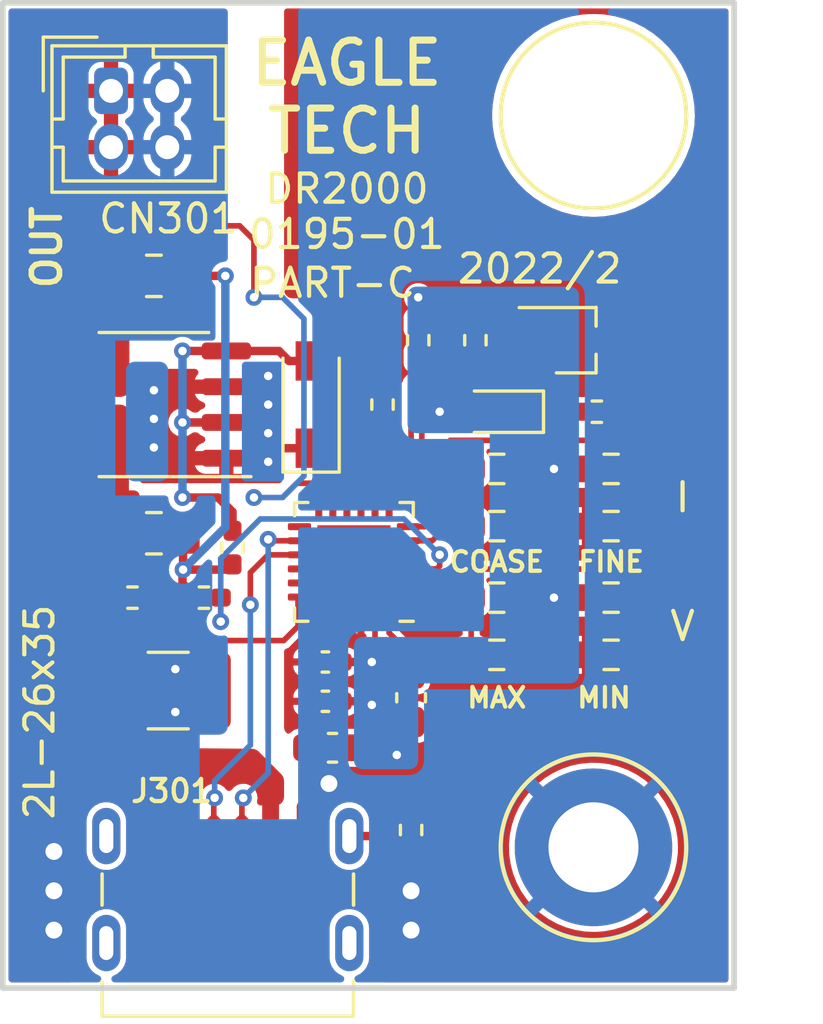
<source format=kicad_pcb>
(kicad_pcb (version 20211014) (generator pcbnew)
  (title_block (date "2021-02-04") (company "Eagle technology Inc"))
  (layers (0 "F.Cu" signal) (31 "B.Cu" signal) (35 "F.Paste" user) (37 "F.SilkS" user "F.Silkscreen") (38 "B.Mask" user) (39 "F.Mask" user) (44 "Edge.Cuts" user))
  (net 0 "")
  (net 1 "GNDD")
  (net 2 "/USB PD Power Supply/PD_3V3")
  (net 3 "Net-(C302-Pad1)")
  (net 4 "Net-(C305-Pad2)")
  (net 5 "Net-(C306-Pad2)")
  (net 6 "Net-(C307-Pad1)")
  (net 7 "Net-(D301-Pad1)")
  (net 8 "Net-(D301-Pad2)")
  (net 9 "Net-(D302-Pad1)")
  (net 10 "Net-(J301-PadS1)")
  (net 11 "Net-(Q302-Pad3)")
  (net 12 "Net-(Q302-Pad1)")
  (net 13 "Net-(R301-Pad2)")
  (net 14 "Net-(R303-Pad2)")
  (net 15 "Net-(R306-Pad2)")
  (net 16 "Net-(R308-Pad2)")
  (net 17 "Net-(R310-Pad2)")
  (net 18 "Net-(R312-Pad1)")
  (net 19 "Net-(U301-Pad21)")
  (net 20 "Net-(U301-Pad20)")
  (net 21 "Net-(U301-Pad17)")
  (net 22 "Net-(U301-Pad16)")
  (net 23 "Net-(U301-Pad13)")
  (net 24 "Net-(U301-Pad12)")
  (net 25 "Net-(U301-Pad8)")
  (net 26 "Net-(U301-Pad7)")
  (net 27 "Net-(U301-Pad4)")
  (net 28 "/USB PD Power Supply/CC2")
  (net 29 "/USB PD Power Supply/CC1")
  (footprint "Capacitor_SMD:C_0603_1608Metric_Pad1.08x0.95mm_HandSolder" (layer "F.Cu") (at 161.722 76.464)
    (fp_text reference "C301" hide)
    (fp_text value "1u/50V" hide)
    (pad "1" smd roundrect locked (at -0.8625 0) (size 1.075 0.95) (layers "F.Cu" "F.Paste" "F.Mask") (net 1 "GNDD"))
    (pad "2" smd roundrect locked (at 0.8625 0) (size 1.075 0.95) (layers "F.Cu" "F.Paste" "F.Mask") (net 2 "/USB PD Power Supply/PD_3V3"))
  )
  (footprint "Capacitor_SMD:C_0402_1005Metric_Pad0.74x0.62mm_HandSolder" (layer "F.Cu") (at 161.468 74.813)
    (fp_text reference "C303" hide)
    (fp_text value "0.1u/16V" hide)
    (pad "1" smd roundrect locked (at -0.5675 0) (size 0.735 0.62) (layers "F.Cu" "F.Paste" "F.Mask") (net 1 "GNDD"))
    (pad "2" smd roundrect locked (at 0.5675 0) (size 0.735 0.62) (layers "F.Cu" "F.Paste" "F.Mask") (net 2 "/USB PD Power Supply/PD_3V3"))
  )
  (footprint "Capacitor_SMD:C_0402_1005Metric_Pad0.74x0.62mm_HandSolder" (layer "F.Cu") (at 161.468 73.416)
    (fp_text reference "C304" hide)
    (fp_text value "0.1u/16V" hide)
    (pad "1" smd roundrect locked (at -0.5675 0) (size 0.735 0.62) (layers "F.Cu" "F.Paste" "F.Mask") (net 1 "GNDD"))
    (pad "2" smd roundrect locked (at 0.5675 0) (size 0.735 0.62) (layers "F.Cu" "F.Paste" "F.Mask") (net 2 "/USB PD Power Supply/PD_3V3"))
  )
  (footprint "Capacitor_SMD:C_0805_2012Metric_Pad1.18x1.45mm_HandSolder" (layer "F.Cu") (at 155.372 68.844)
    (fp_text reference "C305" hide)
    (fp_text value "1u/50V" hide)
    (pad "1" smd roundrect locked (at -1.0375 0) (size 1.175 1.45) (layers "F.Cu" "F.Paste" "F.Mask") (roundrect_rratio 0.2127659574) (net 3 "Net-(C302-Pad1)"))
    (pad "2" smd roundrect locked (at 1.0375 0) (size 1.175 1.45) (layers "F.Cu" "F.Paste" "F.Mask") (roundrect_rratio 0.2127659574) (net 4 "Net-(C305-Pad2)"))
  )
  (footprint "Capacitor_SMD:C_0603_1608Metric_Pad1.08x0.95mm_HandSolder" (layer "F.Cu") (at 164.516 74.686 90)
    (fp_text reference "C306" hide)
    (fp_text value "1u/50V" hide)
    (pad "1" smd roundrect locked (at -0.8625 0 90) (size 1.075 0.95) (layers "F.Cu" "F.Paste" "F.Mask") (net 1 "GNDD"))
    (pad "2" smd roundrect locked (at 0.8625 0 90) (size 1.075 0.95) (layers "F.Cu" "F.Paste" "F.Mask") (net 5 "Net-(C306-Pad2)"))
  )
  (footprint "Capacitor_SMD:C_0805_2012Metric_Pad1.18x1.45mm_HandSolder" (layer "F.Cu") (at 155.372 59.7)
    (fp_text reference "C307" hide)
    (fp_text value "1u/50V" hide)
    (pad "1" smd roundrect locked (at -1.0375 0) (size 1.175 1.45) (layers "F.Cu" "F.Paste" "F.Mask") (roundrect_rratio 0.2127659574) (net 6 "Net-(C307-Pad1)"))
    (pad "2" smd roundrect locked (at 1.0375 0) (size 1.175 1.45) (layers "F.Cu" "F.Paste" "F.Mask") (roundrect_rratio 0.2127659574) (net 4 "Net-(C305-Pad2)"))
  )
  (footprint "EH-900:CUI_UJC-HP-3-SMT-TR" (layer "F.Cu") (at 158 79.6)
    (fp_text reference "J301" (at -2 -1.6) (layer "F.SilkS") (effects (font (size 0.787402 0.787402))))
    (fp_text value "UJC-HP-3-SMT-TR")
    (pad "" np_thru_hole circle locked (at 4.32 3.95) (size 0.5 0.5) (drill 0.5) (layers *.Cu *.Mask))
    (pad "" np_thru_hole circle locked (at -4.32 3.65) (size 0.5 0.5) (drill 0.5) (layers *.Cu *.Mask))
    (pad "" np_thru_hole circle locked (at -4.32 0.15) (size 0.5 0.5) (drill 0.5) (layers *.Cu *.Mask))
    (pad "" np_thru_hole circle locked (at -4.32 -0.35) (size 0.5 0.5) (drill 0.5) (layers *.Cu *.Mask))
    (pad "" np_thru_hole circle locked (at -4.32 4.05) (size 0.5 0.5) (drill 0.5) (layers *.Cu *.Mask))
    (pad "" np_thru_hole circle locked (at -4.32 3.55) (size 0.5 0.5) (drill 0.5) (layers *.Cu *.Mask))
    (pad "" np_thru_hole circle locked (at 4.32 -0.05) (size 0.5 0.5) (drill 0.5) (layers *.Cu *.Mask))
    (pad "" np_thru_hole circle locked (at -4.32 3.85) (size 0.5 0.5) (drill 0.5) (layers *.Cu *.Mask))
    (pad "" np_thru_hole circle locked (at 4.32 4.15) (size 0.5 0.5) (drill 0.5) (layers *.Cu *.Mask))
    (pad "" np_thru_hole circle locked (at -4.32 -0.25) (size 0.5 0.5) (drill 0.5) (layers *.Cu *.Mask))
    (pad "" np_thru_hole circle locked (at -4.32 3.75) (size 0.5 0.5) (drill 0.5) (layers *.Cu *.Mask))
    (pad "" np_thru_hole circle locked (at 4.32 3.65) (size 0.5 0.5) (drill 0.5) (layers *.Cu *.Mask))
    (pad "" np_thru_hole circle locked (at 4.32 3.85) (size 0.5 0.5) (drill 0.5) (layers *.Cu *.Mask))
    (pad "" np_thru_hole circle locked (at -4.32 0.05) (size 0.5 0.5) (drill 0.5) (layers *.Cu *.Mask))
    (pad "" np_thru_hole circle locked (at 4.32 -0.25) (size 0.5 0.5) (drill 0.5) (layers *.Cu *.Mask))
    (pad "" np_thru_hole circle locked (at -4.32 3.95) (size 0.5 0.5) (drill 0.5) (layers *.Cu *.Mask))
    (pad "" np_thru_hole circle locked (at 4.32 3.75) (size 0.5 0.5) (drill 0.5) (layers *.Cu *.Mask))
    (pad "" np_thru_hole circle locked (at -4.32 3.45) (size 0.5 0.5) (drill 0.5) (layers *.Cu *.Mask))
    (pad "" np_thru_hole circle locked (at -4.32 -0.05) (size 0.5 0.5) (drill 0.5) (layers *.Cu *.Mask))
    (pad "" np_thru_hole circle locked (at 4.32 -0.15) (size 0.5 0.5) (drill 0.5) (layers *.Cu *.Mask))
    (pad "" np_thru_hole circle locked (at -4.32 0.35) (size 0.5 0.5) (drill 0.5) (layers *.Cu *.Mask))
    (pad "" np_thru_hole circle locked (at 4.32 0.05) (size 0.5 0.5) (drill 0.5) (layers *.Cu *.Mask))
    (pad "" np_thru_hole circle locked (at 4.32 -0.2) (size 0.5 0.5) (drill 0.5) (layers *.Cu *.Mask))
    (pad "" np_thru_hole circle locked (at -4.32 -0.15) (size 0.5 0.5) (drill 0.5) (layers *.Cu *.Mask))
    (pad "" np_thru_hole circle locked (at 4.32 0.15) (size 0.5 0.5) (drill 0.5) (layers *.Cu *.Mask))
    (pad "" np_thru_hole circle locked (at -4.32 0.25) (size 0.5 0.5) (drill 0.5) (layers *.Cu *.Mask))
    (pad "" np_thru_hole circle locked (at 4.32 3.45) (size 0.5 0.5) (drill 0.5) (layers *.Cu *.Mask))
    (pad "" np_thru_hole circle locked (at 4.32 -0.35) (size 0.5 0.5) (drill 0.5) (layers *.Cu *.Mask))
    (pad "" np_thru_hole circle locked (at 4.32 0.35) (size 0.5 0.5) (drill 0.5) (layers *.Cu *.Mask))
    (pad "" np_thru_hole circle locked (at 4.32 4.05) (size 0.5 0.5) (drill 0.5) (layers *.Cu *.Mask))
    (pad "" np_thru_hole circle locked (at -4.32 4.15) (size 0.5 0.5) (drill 0.5) (layers *.Cu *.Mask))
    (pad "" np_thru_hole circle locked (at 4.32 3.55) (size 0.5 0.5) (drill 0.5) (layers *.Cu *.Mask))
    (pad "" np_thru_hole circle locked (at 4.32 0.25) (size 0.5 0.5) (drill 0.5) (layers *.Cu *.Mask))
    (pad "A5" smd rect locked (at -0.5 -0.005 90) (size 1.15 0.7) (layers "F.Cu" "F.Paste" "F.Mask") (net 29 "/USB PD Power Supply/CC1"))
    (pad "A9" smd rect locked (at 1.52 -0.005 90) (size 1.15 0.8) (layers "F.Cu" "F.Paste" "F.Mask") (net 3 "Net-(C302-Pad1)"))
    (pad "A12" smd rect locked (at 2.75 -0.005 90) (size 1.15 0.9) (layers "F.Cu" "F.Paste" "F.Mask") (net 1 "GNDD"))
    (pad "B5" smd rect locked (at 0.5 -0.005 90) (size 1.15 0.7) (layers "F.Cu" "F.Paste" "F.Mask") (net 28 "/USB PD Power Supply/CC2"))
    (pad "B9" smd rect locked (at -1.52 -0.005 90) (size 1.15 0.8) (layers "F.Cu" "F.Paste" "F.Mask") (net 3 "Net-(C302-Pad1)"))
    (pad "B12" smd rect locked (at -2.75 -0.005 90) (size 1.15 0.9) (layers "F.Cu" "F.Paste" "F.Mask") (net 1 "GNDD"))
    (pad "S1" thru_hole oval locked (at -4.32 0) (size 1 2) (drill oval 0.5 1.2) (layers *.Cu *.Mask) (net 10 "Net-(J301-PadS1)"))
    (pad "S2" thru_hole oval locked (at 4.32 0) (size 1 2) (drill oval 0.5 1.2) (layers *.Cu *.Mask) (net 10 "Net-(J301-PadS1)"))
    (pad "S3" thru_hole oval locked (at -4.32 3.8) (size 1 2) (drill oval 0.5 1.2) (layers *.Cu *.Mask) (net 10 "Net-(J301-PadS1)"))
    (pad "S4" thru_hole oval locked (at 4.32 3.8) (size 1 2) (drill oval 0.5 1.2) (layers *.Cu *.Mask) (net 10 "Net-(J301-PadS1)"))
  )
  (footprint "Package_SO:SO-8_3.9x4.9mm_P1.27mm" (layer "F.Cu") (at 155.372 64.272 180)
    (fp_text reference "Q301" hide)
    (fp_text value "IRF9362" hide)
    (pad "1" smd roundrect locked (at -2.575 -1.905 180) (size 1.75 0.6) (layers "F.Cu" "F.Paste" "F.Mask") (net 7 "Net-(D301-Pad1)"))
    (pad "2" smd roundrect locked (at -2.575 -0.635 180) (size 1.75 0.6) (layers "F.Cu" "F.Paste" "F.Mask") (net 8 "Net-(D301-Pad2)"))
    (pad "3" smd roundrect locked (at -2.575 0.635 180) (size 1.75 0.6) (layers "F.Cu" "F.Paste" "F.Mask") (net 7 "Net-(D301-Pad1)"))
    (pad "4" smd roundrect locked (at -2.575 1.905 180) (size 1.75 0.6) (layers "F.Cu" "F.Paste" "F.Mask") (net 8 "Net-(D301-Pad2)"))
    (pad "5" smd roundrect locked (at 2.575 1.905 180) (size 1.75 0.6) (layers "F.Cu" "F.Paste" "F.Mask") (net 6 "Net-(C307-Pad1)"))
    (pad "6" smd roundrect locked (at 2.575 0.635 180) (size 1.75 0.6) (layers "F.Cu" "F.Paste" "F.Mask") (net 6 "Net-(C307-Pad1)"))
    (pad "7" smd roundrect locked (at 2.575 -0.635 180) (size 1.75 0.6) (layers "F.Cu" "F.Paste" "F.Mask") (net 3 "Net-(C302-Pad1)"))
    (pad "8" smd roundrect locked (at 2.575 -1.905 180) (size 1.75 0.6) (layers "F.Cu" "F.Paste" "F.Mask") (net 3 "Net-(C302-Pad1)"))
  )
  (footprint "Package_TO_SOT_SMD:SOT-323_SC-70_Handsoldering" (layer "F.Cu") (at 170.358 61.986)
    (fp_text reference "Q302" hide)
    (fp_text value "Q_NMOS_DGS" hide)
    (pad "1" smd rect locked (at -1.33 -0.65 270) (size 0.45 1.5) (layers "F.Cu" "F.Paste" "F.Mask") (net 12 "Net-(Q302-Pad1)"))
    (pad "2" smd rect locked (at -1.33 0.65 270) (size 0.45 1.5) (layers "F.Cu" "F.Paste" "F.Mask") (net 1 "GNDD"))
    (pad "3" smd rect locked (at 1.33 0 270) (size 0.45 1.5) (layers "F.Cu" "F.Paste" "F.Mask") (net 11 "Net-(Q302-Pad3)"))
  )
  (footprint "Resistor_SMD:R_0603_1608Metric_Pad0.98x0.95mm_HandSolder" (layer "F.Cu") (at 171.628 66.558)
    (fp_text reference "R301" hide)
    (fp_text value "---" hide)
    (pad "1" smd roundrect locked (at -0.9125 0) (size 0.975 0.95) (layers "F.Cu" "F.Paste" "F.Mask") (net 2 "/USB PD Power Supply/PD_3V3"))
    (pad "2" smd roundrect locked (at 0.9125 0) (size 0.975 0.95) (layers "F.Cu" "F.Paste" "F.Mask") (net 13 "Net-(R301-Pad2)"))
  )
  (footprint "Resistor_SMD:R_0603_1608Metric_Pad0.98x0.95mm_HandSolder" (layer "F.Cu") (at 171.628 68.59 180)
    (fp_text reference "R302" hide)
    (fp_text value "2.4k/THICK" hide)
    (pad "1" smd roundrect locked (at -0.9125 0 180) (size 0.975 0.95) (layers "F.Cu" "F.Paste" "F.Mask") (net 13 "Net-(R301-Pad2)"))
    (pad "2" smd roundrect locked (at 0.9125 0 180) (size 0.975 0.95) (layers "F.Cu" "F.Paste" "F.Mask") (net 1 "GNDD"))
  )
  (footprint "Resistor_SMD:R_0603_1608Metric_Pad0.98x0.95mm_HandSolder" (layer "F.Cu") (at 167.564 66.558 180)
    (fp_text reference "R303" hide)
    (fp_text value "3.6k/THICK" hide)
    (pad "1" smd roundrect locked (at -0.9125 0 180) (size 0.975 0.95) (layers "F.Cu" "F.Paste" "F.Mask") (net 2 "/USB PD Power Supply/PD_3V3"))
    (pad "2" smd roundrect locked (at 0.9125 0 180) (size 0.975 0.95) (layers "F.Cu" "F.Paste" "F.Mask") (net 14 "Net-(R303-Pad2)"))
  )
  (footprint "Resistor_SMD:R_0603_1608Metric_Pad0.98x0.95mm_HandSolder" (layer "F.Cu") (at 167.564 68.59)
    (fp_text reference "R304" hide)
    (fp_text value "2.4k/THICK" hide)
    (pad "1" smd roundrect locked (at -0.9125 0) (size 0.975 0.95) (layers "F.Cu" "F.Paste" "F.Mask") (net 14 "Net-(R303-Pad2)"))
    (pad "2" smd roundrect locked (at 0.9125 0) (size 0.975 0.95) (layers "F.Cu" "F.Paste" "F.Mask") (net 1 "GNDD"))
  )
  (footprint "Resistor_SMD:R_0603_1608Metric_Pad0.98x0.95mm_HandSolder" (layer "F.Cu") (at 171.628 71.13)
    (fp_text reference "R306" hide)
    (fp_text value "5.1k/THICK" hide)
    (pad "1" smd roundrect locked (at -0.9125 0) (size 0.975 0.95) (layers "F.Cu" "F.Paste" "F.Mask") (net 2 "/USB PD Power Supply/PD_3V3"))
    (pad "2" smd roundrect locked (at 0.9125 0) (size 0.975 0.95) (layers "F.Cu" "F.Paste" "F.Mask") (net 15 "Net-(R306-Pad2)"))
  )
  (footprint "Resistor_SMD:R_0603_1608Metric_Pad0.98x0.95mm_HandSolder" (layer "F.Cu") (at 171.628 73.162 180)
    (fp_text reference "R307" hide)
    (fp_text value "1k/THICK" hide)
    (pad "1" smd roundrect locked (at -0.9125 0 180) (size 0.975 0.95) (layers "F.Cu" "F.Paste" "F.Mask") (net 15 "Net-(R306-Pad2)"))
    (pad "2" smd roundrect locked (at 0.9125 0 180) (size 0.975 0.95) (layers "F.Cu" "F.Paste" "F.Mask") (net 1 "GNDD"))
  )
  (footprint "Resistor_SMD:R_0603_1608Metric_Pad0.98x0.95mm_HandSolder" (layer "F.Cu") (at 167.564 71.13 180)
    (fp_text reference "R308" hide)
    (fp_text value "5.1k/THICK" hide)
    (pad "1" smd roundrect locked (at -0.9125 0 180) (size 0.975 0.95) (layers "F.Cu" "F.Paste" "F.Mask") (net 2 "/USB PD Power Supply/PD_3V3"))
    (pad "2" smd roundrect locked (at 0.9125 0 180) (size 0.975 0.95) (layers "F.Cu" "F.Paste" "F.Mask") (net 16 "Net-(R308-Pad2)"))
  )
  (footprint "Resistor_SMD:R_0603_1608Metric_Pad0.98x0.95mm_HandSolder" (layer "F.Cu") (at 167.564 73.162)
    (fp_text reference "R309" hide)
    (fp_text value "1k/THICK" hide)
    (pad "1" smd roundrect locked (at -0.9125 0) (size 0.975 0.95) (layers "F.Cu" "F.Paste" "F.Mask") (net 16 "Net-(R308-Pad2)"))
    (pad "2" smd roundrect locked (at 0.9125 0) (size 0.975 0.95) (layers "F.Cu" "F.Paste" "F.Mask") (net 1 "GNDD"))
  )
  (footprint "Resistor_SMD:R_0402_1005Metric_Pad0.72x0.64mm_HandSolder" (layer "F.Cu") (at 154.61 71.13)
    (fp_text reference "R311" hide)
    (fp_text value "10k/THICK" hide)
    (pad "1" smd roundrect locked (at -0.5975 0) (size 0.715 0.64) (layers "F.Cu" "F.Paste" "F.Mask") (net 3 "Net-(C302-Pad1)"))
    (pad "2" smd roundrect locked (at 0.5975 0) (size 0.715 0.64) (layers "F.Cu" "F.Paste" "F.Mask") (net 4 "Net-(C305-Pad2)"))
  )
  (footprint "Resistor_SMD:R_0402_1005Metric_Pad0.72x0.64mm_HandSolder" (layer "F.Cu") (at 164.77 61.986 90)
    (fp_text reference "R312" hide)
    (fp_text value "5.1k/THICK" hide)
    (pad "1" smd roundrect locked (at -0.5975 0 90) (size 0.715 0.64) (layers "F.Cu" "F.Paste" "F.Mask") (net 18 "Net-(R312-Pad1)"))
    (pad "2" smd roundrect locked (at 0.5975 0 90) (size 0.715 0.64) (layers "F.Cu" "F.Paste" "F.Mask") (net 2 "/USB PD Power Supply/PD_3V3"))
  )
  (footprint "Resistor_SMD:R_0402_1005Metric_Pad0.72x0.64mm_HandSolder" (layer "F.Cu") (at 158.166 69.352 -90)
    (fp_text reference "R314" hide)
    (fp_text value "0" hide)
    (pad "1" smd roundrect locked (at -0.5975 0 270) (size 0.715 0.64) (layers "F.Cu" "F.Paste" "F.Mask") (net 8 "Net-(D301-Pad2)"))
    (pad "2" smd roundrect locked (at 0.5975 0 270) (size 0.715 0.64) (layers "F.Cu" "F.Paste" "F.Mask") (net 4 "Net-(C305-Pad2)"))
  )
  (footprint "Resistor_SMD:R_0402_1005Metric_Pad0.72x0.64mm_HandSolder" (layer "F.Cu") (at 166.802 61.986 -90)
    (fp_text reference "R315" hide)
    (fp_text value "100k/THICK" hide)
    (pad "1" smd roundrect locked (at -0.5975 0 270) (size 0.715 0.64) (layers "F.Cu" "F.Paste" "F.Mask") (net 12 "Net-(Q302-Pad1)"))
    (pad "2" smd roundrect locked (at 0.5975 0 270) (size 0.715 0.64) (layers "F.Cu" "F.Paste" "F.Mask") (net 1 "GNDD"))
  )
  (footprint "Resistor_SMD:R_0402_1005Metric_Pad0.72x0.64mm_HandSolder" (layer "F.Cu") (at 171.12 64.526)
    (fp_text reference "R316" hide)
    (fp_text value "1k/THICK" hide)
    (pad "1" smd roundrect locked (at -0.5975 0) (size 0.715 0.64) (layers "F.Cu" "F.Paste" "F.Mask") (net 9 "Net-(D302-Pad1)"))
    (pad "2" smd roundrect locked (at 0.5975 0) (size 0.715 0.64) (layers "F.Cu" "F.Paste" "F.Mask") (net 11 "Net-(Q302-Pad3)"))
  )
  (footprint "Diode_SMD:D_0603_1608Metric_Pad1.05x0.95mm_HandSolder" (layer "F.Cu") (at 167.564 64.526 180)
    (fp_text reference "D302" hide)
    (fp_text value "KP-1608SYCK" hide)
    (pad "1" smd roundrect locked (at -0.875 0 180) (size 1.05 0.95) (layers "F.Cu" "F.Paste" "F.Mask") (net 9 "Net-(D302-Pad1)"))
    (pad "2" smd roundrect locked (at 0.875 0 180) (size 1.05 0.95) (layers "F.Cu" "F.Paste" "F.Mask") (net 2 "/USB PD Power Supply/PD_3V3"))
  )
  (footprint "Resistor_SMD:R_0402_1005Metric_Pad0.72x0.64mm_HandSolder" (layer "F.Cu") (at 163.5 64.272 90)
    (fp_text reference "R313" hide)
    (fp_text value "51k/THICK" hide)
    (pad "1" smd roundrect locked (at -0.5975 0 90) (size 0.715 0.64) (layers "F.Cu" "F.Paste" "F.Mask") (net 7 "Net-(D301-Pad1)"))
    (pad "2" smd roundrect locked (at 0.5975 0 90) (size 0.715 0.64) (layers "F.Cu" "F.Paste" "F.Mask") (net 8 "Net-(D301-Pad2)"))
  )
  (footprint "Package_DFN_QFN:QFN-24-1EP_4x4mm_P0.5mm_EP2.6x2.6mm" (layer "F.Cu") (at 162.484 69.86 180)
    (fp_text reference "U301" hide)
    (fp_text value "CYPD3177-24LQXQ" hide)
    (pad "1" smd roundrect locked (at -1.9375 -1.25 180) (size 0.825 0.25) (layers "F.Cu" "F.Paste" "F.Mask") (net 16 "Net-(R308-Pad2)"))
    (pad "2" smd roundrect locked (at -1.9375 -0.75 180) (size 0.825 0.25) (layers "F.Cu" "F.Paste" "F.Mask") (net 15 "Net-(R306-Pad2)"))
    (pad "3" smd roundrect locked (at -1.9375 -0.25 180) (size 0.825 0.25) (layers "F.Cu" "F.Paste" "F.Mask") (net 17 "Net-(R310-Pad2)"))
    (pad "4" smd roundrect locked (at -1.9375 0.25 180) (size 0.825 0.25) (layers "F.Cu" "F.Paste" "F.Mask") (net 27 "Net-(U301-Pad4)"))
    (pad "5" smd roundrect locked (at -1.9375 0.75 180) (size 0.825 0.25) (layers "F.Cu" "F.Paste" "F.Mask") (net 14 "Net-(R303-Pad2)"))
    (pad "6" smd roundrect locked (at -1.9375 1.25 180) (size 0.825 0.25) (layers "F.Cu" "F.Paste" "F.Mask") (net 13 "Net-(R301-Pad2)"))
    (pad "7" smd roundrect locked (at -1.25 1.9375 180) (size 0.25 0.825) (layers "F.Cu" "F.Paste" "F.Mask") (net 26 "Net-(U301-Pad7)"))
    (pad "8" smd roundrect locked (at -0.75 1.9375 180) (size 0.25 0.825) (layers "F.Cu" "F.Paste" "F.Mask") (net 25 "Net-(U301-Pad8)"))
    (pad "9" smd roundrect locked (at -0.25 1.9375 180) (size 0.25 0.825) (layers "F.Cu" "F.Paste" "F.Mask") (net 12 "Net-(Q302-Pad1)"))
    (pad "10" smd roundrect locked (at 0.25 1.9375 180) (size 0.25 0.825) (layers "F.Cu" "F.Paste" "F.Mask") (net 18 "Net-(R312-Pad1)"))
    (pad "11" smd roundrect locked (at 0.75 1.9375 180) (size 0.25 0.825) (layers "F.Cu" "F.Paste" "F.Mask") (net 6 "Net-(C307-Pad1)"))
    (pad "12" smd roundrect locked (at 1.25 1.9375 180) (size 0.25 0.825) (layers "F.Cu" "F.Paste" "F.Mask") (net 24 "Net-(U301-Pad12)"))
    (pad "13" smd roundrect locked (at 1.9375 1.25 180) (size 0.825 0.25) (layers "F.Cu" "F.Paste" "F.Mask") (net 23 "Net-(U301-Pad13)"))
    (pad "14" smd roundrect locked (at 1.9375 0.75 180) (size 0.825 0.25) (layers "F.Cu" "F.Paste" "F.Mask") (net 28 "/USB PD Power Supply/CC2"))
    (pad "15" smd roundrect locked (at 1.9375 0.25 180) (size 0.825 0.25) (layers "F.Cu" "F.Paste" "F.Mask") (net 29 "/USB PD Power Supply/CC1"))
    (pad "16" smd roundrect locked (at 1.9375 -0.25 180) (size 0.825 0.25) (layers "F.Cu" "F.Paste" "F.Mask") (net 22 "Net-(U301-Pad16)"))
    (pad "17" smd roundrect locked (at 1.9375 -0.75 180) (size 0.825 0.25) (layers "F.Cu" "F.Paste" "F.Mask") (net 21 "Net-(U301-Pad17)"))
    (pad "18" smd roundrect locked (at 1.9375 -1.25 180) (size 0.825 0.25) (layers "F.Cu" "F.Paste" "F.Mask") (net 3 "Net-(C302-Pad1)"))
    (pad "19" smd roundrect locked (at 1.25 -1.9375 180) (size 0.25 0.825) (layers "F.Cu" "F.Paste" "F.Mask") (net 1 "GNDD"))
    (pad "20" smd roundrect locked (at 0.75 -1.9375 180) (size 0.25 0.825) (layers "F.Cu" "F.Paste" "F.Mask") (net 20 "Net-(U301-Pad20)"))
    (pad "21" smd roundrect locked (at 0.25 -1.9375 180) (size 0.25 0.825) (layers "F.Cu" "F.Paste" "F.Mask") (net 19 "Net-(U301-Pad21)"))
    (pad "22" smd roundrect locked (at -0.25 -1.9375 180) (size 0.25 0.825) (layers "F.Cu" "F.Paste" "F.Mask") (net 1 "GNDD"))
    (pad "23" smd roundrect locked (at -0.75 -1.9375 180) (size 0.25 0.825) (layers "F.Cu" "F.Paste" "F.Mask") (net 2 "/USB PD Power Supply/PD_3V3"))
    (pad "24" smd roundrect locked (at -1.25 -1.9375 180) (size 0.25 0.825) (layers "F.Cu" "F.Paste" "F.Mask") (net 5 "Net-(C306-Pad2)"))
    (pad "25" smd rect locked (at 0 0 180) (size 2.6 2.6) (layers "F.Cu" "F.Mask") (net 1 "GNDD"))
  )
  (footprint "Capacitor_SMD:C_1210_3225Metric_Pad1.33x2.70mm_HandSolder" (layer "F.Cu") (at 155.88 74.432)
    (fp_text reference "C302" hide)
    (fp_text value "3.3u/50V" hide)
    (pad "1" smd roundrect locked (at -1.5625 0) (size 1.325 2.7) (layers "F.Cu" "F.Paste" "F.Mask") (roundrect_rratio 0.1886769811) (net 3 "Net-(C302-Pad1)"))
    (pad "2" smd roundrect locked (at 1.5625 0) (size 1.325 2.7) (layers "F.Cu" "F.Paste" "F.Mask") (roundrect_rratio 0.1886769811) (net 1 "GNDD"))
  )
  (footprint "EH-900:MountingHole_3.2mm_M3_JISB1111_Pad_TopBottom" (layer "F.Cu") (at 171 80)
    (fp_text reference "REF**" hide)
    (fp_text value "MountingHole_3.2mm_M3_JISB1111_Pad_TopBottom" hide)
    (pad "1" connect circle locked (at 0 0) (size 5.6 5.6) (layers "F.Cu" "F.Mask") (thermal_gap 0.4))
    (pad "1" connect circle locked (at 0 0) (size 5.6 5.6) (layers "B.Cu" "B.Mask") (net 1 "GNDD") (clearance 0.7) (thermal_gap 0.4))
    (pad "1" thru_hole circle locked (at 0 0) (size 4 4) (drill 3.2) (layers *.Cu *.Mask) (net 1 "GNDD"))
  )
  (footprint "Resistor_SMD:R_0402_1005Metric_Pad0.72x0.64mm_HandSolder" (layer "F.Cu") (at 164.516 79.385 90)
    (fp_text reference "R305" hide)
    (fp_text value "10k/THICK" hide)
    (pad "1" smd roundrect locked (at -0.5975 0 90) (size 0.715 0.64) (layers "F.Cu" "F.Paste" "F.Mask") (net 10 "Net-(J301-PadS1)"))
    (pad "2" smd roundrect locked (at 0.5975 0 90) (size 0.715 0.64) (layers "F.Cu" "F.Paste" "F.Mask") (net 1 "GNDD"))
  )
  (footprint "Resistor_SMD:R_0402_1005Metric_Pad0.72x0.64mm_HandSolder" (layer "F.Cu") (at 157.15 71.13)
    (fp_text reference "R310" hide)
    (fp_text value "1k/THICK" hide)
    (pad "1" smd roundrect locked (at -0.5975 0) (size 0.715 0.64) (layers "F.Cu" "F.Paste" "F.Mask") (net 4 "Net-(C305-Pad2)"))
    (pad "2" smd roundrect locked (at 0.5975 0) (size 0.715 0.64) (layers "F.Cu" "F.Paste" "F.Mask") (net 17 "Net-(R310-Pad2)"))
  )
  (footprint "Diode_SMD:D_SOD-123F_HandSoldering" (layer "F.Cu") (at 160.96 64.272 90)
    (fp_text reference "D301" hide)
    (fp_text value "NZH10C-115" hide)
    (pad "1" smd rect locked (at -1.55 0 90) (size 1.4 1.1) (layers "F.Cu" "F.Paste" "F.Mask") (net 7 "Net-(D301-Pad1)"))
    (pad "2" smd rect locked (at 1.55 0 90) (size 1.4 1.1) (layers "F.Cu" "F.Paste" "F.Mask") (net 8 "Net-(D301-Pad2)"))
  )
  (footprint "EH-900:MountingHole_3.2mm_M3_JISB1111" (layer "F.Cu") (at 171 54)
    (fp_text reference "REF**" hide)
    (fp_text value "MountingHole_3.2mm_M3_JISB111" hide)
    (pad "" np_thru_hole circle locked (at 0 0) (size 3.2 3.2) (drill 3.2) (layers *.Cu *.Mask) (clearance 2))
  )
  (footprint "Connector_Hirose:Hirose_DF11-4DP-2DSA_2x02_P2.00mm_Vertical" (layer "F.Cu") (at 153.848 53.128)
    (fp_text reference "CN301" (at 2.032 4.54) (layer "F.SilkS"))
    (fp_text value "DF11-4DP-2DSA")
    (pad "1" thru_hole roundrect locked (at 0 0) (size 1.2 1.65) (drill 0.85) (layers *.Cu *.Mask) (roundrect_rratio 0.2083325) (net 6 "Net-(C307-Pad1)"))
    (pad "2" thru_hole oval locked (at 0 2) (size 1.2 1.65) (drill 0.85) (layers *.Cu *.Mask) (net 6 "Net-(C307-Pad1)"))
    (pad "3" thru_hole oval locked (at 2 0) (size 1.2 1.65) (drill 0.85) (layers *.Cu *.Mask) (net 1 "GNDD"))
    (pad "4" thru_hole oval locked (at 2 2) (size 1.2 1.65) (drill 0.85) (layers *.Cu *.Mask) (net 1 "GNDD"))
  )
  (gr_line (start 176 85) (end 150 85) (layer "Edge.Cuts") (width 0.2))
  (gr_line (start 150 85) (end 150 50) (layer "Edge.Cuts") (width 0.2))
  (gr_line (start 176 50) (end 176 85) (layer "Edge.Cuts") (width 0.2))
  (gr_line (start 150 50) (end 176 50) (layer "Edge.Cuts") (width 0.2))
  (gr_text "DR2000\n0195-01" (at 162.23 57.414) (layer "F.SilkS") (effects (font (size 1 1))))
  (gr_text "2L-26x35\n" (at 151.308 75.194 90) (layer "F.SilkS") (effects (font (size 1 1))))
  (gr_text "2022/2\n" (at 169.088 59.446) (layer "F.SilkS") (effects (font (size 1 1))))
  (gr_text "OUT" (at 151.562 58.684 90) (layer "F.SilkS") (effects (font (size 1 1) (thickness 0.2))))
  (gr_text "PART-C" (at 161.722 59.954) (layer "F.SilkS") (effects (font (size 1 1))))
  (gr_text "EAGLE\nTECH\n" (at 162.23 53.35) (layer "F.SilkS") (effects (font (size 1.5 1.5) (thickness 0.25))))
  (gr_text "I\n" (at 174.168 67.574) (layer "F.SilkS") (effects (font (size 1 1))))
  (gr_text "MIN\n" (at 171.374 74.686) (layer "F.SilkS") (effects (font (size 0.7 0.7))))
  (gr_text "FINE\n" (at 171.628 69.86) (layer "F.SilkS") (effects (font (size 0.7 0.7))))
  (gr_text "COASE" (at 167.564 69.86) (layer "F.SilkS") (effects (font (size 0.7 0.7))))
  (gr_text "MAX\n" (at 167.564 74.686) (layer "F.SilkS") (effects (font (size 0.7 0.7))))
  (gr_text "V\n" (at 174.168 72.146) (layer "F.SilkS") (effects (font (size 1 1))))
  (segment (start 155.25 81.031) (end 154.737 81.544) (width 0.6) (layer "F.Cu") (net 1))
  (segment (start 157.4425 75.194) (end 157.4425 74.432) (width 0.6) (layer "F.Cu") (net 1))
  (segment (start 160.75 79.595) (end 160.75 78.579) (width 0.6) (layer "F.Cu") (net 1))
  (segment (start 160.75 78.579) (end 161.595 77.734) (width 0.6) (layer "F.Cu") (net 1))
  (segment (start 154.737 81.544) (end 151.816 81.544) (width 0.6) (layer "F.Cu") (net 1))
  (segment (start 156.134 75.194) (end 157.4425 75.194) (width 0.6) (layer "F.Cu") (net 1))
  (segment (start 161.234 71.7975) (end 161.234 71.11) (width 0.2) (layer "F.Cu") (net 1))
  (segment (start 157.4425 73.67) (end 157.4425 74.432) (width 0.6) (layer "F.Cu") (net 1))
  (segment (start 155.25 79.595) (end 155.25 81.031) (width 0.6) (layer "F.Cu") (net 1))
  (segment (start 161.214 81.544) (end 164.516 81.544) (width 0.6) (layer "F.Cu") (net 1))
  (segment (start 156.134 73.67) (end 157.4425 73.67) (width 0.6) (layer "F.Cu") (net 1))
  (segment (start 160.75 81.08) (end 161.214 81.544) (width 0.6) (layer "F.Cu") (net 1))
  (segment (start 161.234 71.11) (end 162.484 69.86) (width 0.2) (layer "F.Cu") (net 1))
  (segment (start 160.75 79.595) (end 160.75 81.08) (width 0.6) (layer "F.Cu") (net 1))
  (via (at 151.816 80.147) (size 1.2) (drill 0.6) (layers "F.Cu" "B.Cu") (net 1))
  (via (at 151.816 82.941) (size 1.2) (drill 0.6) (layers "F.Cu" "B.Cu") (net 1))
  (via (at 164.516 82.941) (size 1.2) (drill 0.6) (layers "F.Cu" "B.Cu") (net 1))
  (via (at 156.134 73.67) (size 0.6) (drill 0.3) (layers "F.Cu" "B.Cu") (net 1))
  (via (at 161.595 77.734) (size 1.2) (drill 0.6) (layers "F.Cu" "B.Cu") (net 1))
  (via (at 151.816 81.544) (size 1.2) (drill 0.6) (layers "F.Cu" "B.Cu") (net 1))
  (via (at 164.516 81.544) (size 1.2) (drill 0.6) (layers "F.Cu" "B.Cu") (net 1))
  (via (at 156.134 75.194) (size 0.6) (drill 0.3) (layers "F.Cu" "B.Cu") (net 1))
  (segment (start 163.627 76.718) (end 164.008 76.718) (width 0.3) (layer "F.Cu") (net 2))
  (segment (start 162.611 74.813) (end 162.738 74.94) (width 0.3) (layer "F.Cu") (net 2))
  (segment (start 163.234 71.8475) (end 163.234 72.666) (width 0.2) (layer "F.Cu") (net 2))
  (segment (start 163.234 72.666) (end 163.119 72.781) (width 0.2) (layer "F.Cu") (net 2))
  (segment (start 162.0355 73.416) (end 162.865 73.416) (width 0.3) (layer "F.Cu") (net 2))
  (segment (start 170.7155 71.13) (end 169.596 71.13) (width 0.3) (layer "F.Cu") (net 2))
  (segment (start 168.4765 71.13) (end 169.596 71.13) (width 0.3) (layer "F.Cu") (net 2))
  (segment (start 163.373 76.464) (end 163.627 76.718) (width 0.3) (layer "F.Cu") (net 2))
  (segment (start 163.373 76.464) (end 162.5845 76.464) (width 0.3) (layer "F.Cu") (net 2))
  (segment (start 163.119 72.781) (end 163.119 73.416) (width 0.2) (layer "F.Cu") (net 2))
  (segment (start 168.4765 66.558) (end 169.596 66.558) (width 0.3) (layer "F.Cu") (net 2))
  (segment (start 170.7155 66.558) (end 169.596 66.558) (width 0.3) (layer "F.Cu") (net 2))
  (segment (start 162.865 73.416) (end 163.119 73.416) (width 0.2) (layer "F.Cu") (net 2))
  (segment (start 163.119 74.94) (end 162.738 74.94) (width 0.3) (layer "F.Cu") (net 2))
  (segment (start 166.689 64.526) (end 165.532 64.526) (width 0.3) (layer "F.Cu") (net 2))
  (segment (start 162.0355 74.813) (end 162.611 74.813) (width 0.3) (layer "F.Cu") (net 2))
  (segment (start 164.77 60.462) (end 164.77 61.3885) (width 0.3) (layer "F.Cu") (net 2))
  (via (at 163.119 74.94) (size 0.6) (drill 0.3) (layers "F.Cu" "B.Cu") (net 2))
  (via (at 169.596 71.13) (size 0.6) (drill 0.3) (layers "F.Cu" "B.Cu") (net 2))
  (via (at 169.596 66.558) (size 0.6) (drill 0.3) (layers "F.Cu" "B.Cu") (net 2))
  (via (at 164.77 60.462) (size 0.6) (drill 0.3) (layers "F.Cu" "B.Cu") (net 2))
  (via (at 165.532 64.526) (size 0.6) (drill 0.3) (layers "F.Cu" "B.Cu") (net 2))
  (via (at 163.119 73.416) (size 0.6) (drill 0.3) (layers "F.Cu" "B.Cu") (net 2))
  (via (at 164.008 76.718) (size 0.6) (drill 0.3) (layers "F.Cu" "B.Cu") (net 2))
  (segment (start 156.642 72.654) (end 156.388 72.4) (width 0.2) (layer "F.Cu") (net 3))
  (segment (start 159.52 79.595) (end 159.52 78.194256) (width 0.6) (layer "F.Cu") (net 3))
  (segment (start 160.4965 72.146) (end 159.9885 72.654) (width 0.2) (layer "F.Cu") (net 3))
  (segment (start 156.388 72.4) (end 154.61 72.4) (width 0.2) (layer "F.Cu") (net 3))
  (segment (start 159.9885 72.654) (end 156.642 72.654) (width 0.2) (layer "F.Cu") (net 3))
  (segment (start 156.48 78.334) (end 156.388 78.242) (width 0.6) (layer "F.Cu") (net 3))
  (segment (start 160.4965 71.11) (end 160.4965 72.146) (width 0.2) (layer "F.Cu") (net 3))
  (segment (start 156.388 78.242) (end 156.388 77.48) (width 0.6) (layer "F.Cu") (net 3))
  (segment (start 156.48 79.595) (end 156.48 78.334) (width 0.6) (layer "F.Cu") (net 3))
  (segment (start 158.166 69.6955) (end 158.166 70.0245) (width 0.2) (layer "F.Cu") (net 4))
  (segment (start 156.388 70.622) (end 156.388 70.157) (width 0.3) (layer "F.Cu") (net 4))
  (segment (start 158.055002 70.135498) (end 156.409498 70.135498) (width 0.3) (layer "F.Cu") (net 4))
  (segment (start 156.409498 70.135498) (end 156.409498 69.488002) (width 0.3) (layer "F.Cu") (net 4))
  (segment (start 155.2075 71.13) (end 156.5525 71.13) (width 0.2) (layer "F.Cu") (net 4))
  (segment (start 158.166 70.0245) (end 158.055002 70.135498) (width 0.2) (layer "F.Cu") (net 4))
  (segment (start 156.388 70.157) (end 156.4095 70.1355) (width 0.2) (layer "F.Cu") (net 4))
  (segment (start 156.5525 71.13) (end 156.5525 70.7865) (width 0.3) (layer "F.Cu") (net 4))
  (segment (start 156.409498 69.488002) (end 156.4775 69.42) (width 0.3) (layer "F.Cu") (net 4))
  (segment (start 156.5525 70.7865) (end 156.388 70.622) (width 0.3) (layer "F.Cu") (net 4))
  (segment (start 156.4095 59.7) (end 157.912 59.7) (width 0.3) (layer "F.Cu") (net 4))
  (via (at 156.409498 70.135498) (size 0.6) (drill 0.3) (layers "F.Cu" "B.Cu") (net 4))
  (via (at 157.912 59.7) (size 0.6) (drill 0.3) (layers "F.Cu" "B.Cu") (net 4))
  (segment (start 156.409498 70.135498) (end 157.912 68.632996) (width 0.3) (layer "B.Cu") (net 4))
  (segment (start 157.912 68.632996) (end 157.912 59.7) (width 0.3) (layer "B.Cu") (net 4))
  (segment (start 163.734 72.38) (end 164.516 73.162) (width 0.2) (layer "F.Cu") (net 5))
  (segment (start 163.734 71.8475) (end 163.734 72.38) (width 0.2) (layer "F.Cu") (net 5))
  (segment (start 164.516 73.162) (end 164.516 73.8235) (width 0.2) (layer "F.Cu") (net 5))
  (segment (start 159.943992 67.574) (end 158.927984 67.574) (width 0.2) (layer "F.Cu") (net 6))
  (segment (start 161.734 67.9225) (end 161.734 67.332) (width 0.2) (layer "F.Cu") (net 6))
  (segment (start 158.42 57.922) (end 154.356 57.922) (width 0.2) (layer "F.Cu") (net 6))
  (segment (start 154.356 59.7) (end 154.61 59.7) (width 0.2) (layer "F.Cu") (net 6))
  (segment (start 158.928 60.462) (end 158.928 58.43) (width 0.2) (layer "F.Cu") (net 6))
  (segment (start 161.734 67.332) (end 161.468 67.066) (width 0.2) (layer "F.Cu") (net 6))
  (segment (start 160.451992 67.066) (end 159.943992 67.574) (width 0.2) (layer "F.Cu") (net 6))
  (segment (start 154.356 57.922) (end 154.356 59.7) (width 0.2) (layer "F.Cu") (net 6))
  (segment (start 161.468 67.066) (end 160.451992 67.066) (width 0.2) (layer "F.Cu") (net 6))
  (segment (start 158.928 58.43) (end 158.42 57.922) (width 0.2) (layer "F.Cu") (net 6))
  (via (at 158.927984 67.574) (size 0.6) (drill 0.3) (layers "F.Cu" "B.Cu") (net 6))
  (via (at 158.928 60.462) (size 0.6) (drill 0.3) (layers "F.Cu" "B.Cu") (net 6))
  (segment (start 159.944 60.462) (end 160.706 61.224) (width 0.2) (layer "B.Cu") (net 6))
  (segment (start 158.928 60.462) (end 159.944 60.462) (width 0.2) (layer "B.Cu") (net 6))
  (segment (start 160.706 66.812) (end 159.944 67.574) (width 0.2) (layer "B.Cu") (net 6))
  (segment (start 160.706 61.224) (end 160.706 66.812) (width 0.2) (layer "B.Cu") (net 6))
  (segment (start 159.944 67.574) (end 158.927984 67.574) (width 0.2) (layer "B.Cu") (net 6))
  (segment (start 160.96 65.822) (end 161.696 65.822) (width 0.3) (layer "F.Cu") (net 7))
  (segment (start 159.664 65.822) (end 159.436 66.05) (width 0.3) (layer "F.Cu") (net 7))
  (segment (start 160.96 65.822) (end 159.664 65.822) (width 0.3) (layer "F.Cu") (net 7))
  (segment (start 162.6485 64.8695) (end 163.5 64.8695) (width 0.3) (layer "F.Cu") (net 7))
  (segment (start 161.696 65.822) (end 162.6485 64.8695) (width 0.3) (layer "F.Cu") (net 7))
  (via (at 159.436 63.256) (size 0.6) (drill 0.3) (layers "F.Cu" "B.Cu") (net 7))
  (via (at 159.436 66.304) (size 0.6) (drill 0.3) (layers "F.Cu" "B.Cu") (net 7))
  (via (at 159.436 64.272) (size 0.6) (drill 0.3) (layers "F.Cu" "B.Cu") (net 7))
  (via (at 159.436 65.288) (size 0.6) (drill 0.3) (layers "F.Cu" "B.Cu") (net 7))
  (via (at 155.372 63.764) (size 0.6) (drill 0.3) (layers "F.Cu" "B.Cu") (net 7))
  (via (at 155.372 64.78) (size 0.6) (drill 0.3) (layers "F.Cu" "B.Cu") (net 7))
  (via (at 155.372 65.796) (size 0.6) (drill 0.3) (layers "F.Cu" "B.Cu") (net 7))
  (segment (start 160.96 62.722) (end 161.696 62.722) (width 0.3) (layer "F.Cu") (net 8))
  (segment (start 158.166 68.082) (end 157.658 67.574) (width 0.3) (layer "F.Cu") (net 8))
  (segment (start 160.172 62.722) (end 160.96 62.722) (width 0.3) (layer "F.Cu") (net 8))
  (segment (start 156.387975 62.367) (end 156.387962 62.366987) (width 0.3) (layer "F.Cu") (net 8))
  (segment (start 157.947 62.367) (end 159.817 62.367) (width 0.3) (layer "F.Cu") (net 8))
  (segment (start 158.166 68.844) (end 158.166 68.082) (width 0.3) (layer "F.Cu") (net 8))
  (segment (start 157.947 64.907) (end 156.515012 64.907) (width 0.3) (layer "F.Cu") (net 8))
  (segment (start 162.6485 63.6745) (end 163.5 63.6745) (width 0.3) (layer "F.Cu") (net 8))
  (segment (start 157.947 62.367) (end 156.387975 62.367) (width 0.3) (layer "F.Cu") (net 8))
  (segment (start 161.696 62.722) (end 162.6485 63.6745) (width 0.3) (layer "F.Cu") (net 8))
  (segment (start 157.658 67.574) (end 156.388 67.574) (width 0.3) (layer "F.Cu") (net 8))
  (segment (start 159.817 62.367) (end 160.172 62.722) (width 0.3) (layer "F.Cu") (net 8))
  (via (at 156.388 67.574) (size 0.6) (drill 0.3) (layers "F.Cu" "B.Cu") (net 8))
  (via (at 156.388 64.907) (size 0.6) (drill 0.3) (layers "F.Cu" "B.Cu") (net 8))
  (via (at 156.387962 62.366987) (size 0.6) (drill 0.3) (layers "F.Cu" "B.Cu") (net 8))
  (segment (start 156.387962 62.366987) (end 156.387962 64.77995) (width 0.3) (layer "B.Cu") (net 8))
  (segment (start 156.388 64.779988) (end 156.388 67.574) (width 0.3) (layer "B.Cu") (net 8))
  (segment (start 168.439 64.526) (end 170.5225 64.526) (width 0.2) (layer "F.Cu") (net 9))
  (segment (start 163.588 79.6) (end 162.32 79.6) (width 0.3) (layer "F.Cu") (net 10))
  (segment (start 163.9705 79.9825) (end 163.588 79.6) (width 0.3) (layer "F.Cu") (net 10))
  (segment (start 164.516 79.9825) (end 163.9705 79.9825) (width 0.3) (layer "F.Cu") (net 10))
  (segment (start 171.688 61.986) (end 171.688 64.4965) (width 0.2) (layer "F.Cu") (net 11))
  (segment (start 171.688 64.4965) (end 171.7175 64.526) (width 0.2) (layer "F.Cu") (net 11))
  (segment (start 162.734 67.197) (end 162.734 67.8725) (width 0.2) (layer "F.Cu") (net 12))
  (segment (start 169.028 61.336) (end 166.8545 61.336) (width 0.2) (layer "F.Cu") (net 12))
  (segment (start 162.992 66.939) (end 162.734 67.197) (width 0.2) (layer "F.Cu") (net 12))
  (segment (start 164.40201 66.939) (end 162.992 66.939) (width 0.2) (layer "F.Cu") (net 12))
  (segment (start 165.532 63.129) (end 164.897 63.764) (width 0.2) (layer "F.Cu") (net 12))
  (segment (start 164.897 63.764) (end 164.897 66.44401) (width 0.2) (layer "F.Cu") (net 12))
  (segment (start 166.8545 61.336) (end 166.802 61.3885) (width 0.2) (layer "F.Cu") (net 12))
  (segment (start 165.8755 61.3885) (end 165.532 61.732) (width 0.2) (layer "F.Cu") (net 12))
  (segment (start 165.532 61.732) (end 165.532 63.129) (width 0.2) (layer "F.Cu") (net 12))
  (segment (start 166.802 61.3885) (end 165.8755 61.3885) (width 0.2) (layer "F.Cu") (net 12))
  (segment (start 164.897 66.44401) (end 164.40201 66.939) (width 0.2) (layer "F.Cu") (net 12))
  (segment (start 172.263 65.542) (end 172.5405 65.8195) (width 0.2) (layer "F.Cu") (net 13))
  (segment (start 165.786 67.828) (end 165.786 65.669) (width 0.2) (layer "F.Cu") (net 13))
  (segment (start 165.786 65.669) (end 165.913 65.542) (width 0.2) (layer "F.Cu") (net 13))
  (segment (start 172.5405 68.59) (end 172.5405 66.558) (width 0.2) (layer "F.Cu") (net 13))
  (segment (start 172.5405 65.8195) (end 172.5405 66.558) (width 0.2) (layer "F.Cu") (net 13))
  (segment (start 165.004 68.61) (end 165.786 67.828) (width 0.2) (layer "F.Cu") (net 13))
  (segment (start 164.4715 68.61) (end 165.004 68.61) (width 0.2) (layer "F.Cu") (net 13))
  (segment (start 165.913 65.542) (end 172.263 65.542) (width 0.2) (layer "F.Cu") (net 13))
  (segment (start 165.786 68.59) (end 166.6515 68.59) (width 0.2) (layer "F.Cu") (net 14))
  (segment (start 164.4715 69.11) (end 165.266 69.11) (width 0.2) (layer "F.Cu") (net 14))
  (segment (start 165.266 69.11) (end 165.786 68.59) (width 0.2) (layer "F.Cu") (net 14))
  (segment (start 166.6515 66.558) (end 166.6515 68.59) (width 0.2) (layer "F.Cu") (net 14))
  (segment (start 165.544 70.61) (end 166.04 70.114) (width 0.2) (layer "F.Cu") (net 15))
  (segment (start 172.263 70.114) (end 172.5405 70.3915) (width 0.2) (layer "F.Cu") (net 15))
  (segment (start 164.4715 70.61) (end 165.544 70.61) (width 0.2) (layer "F.Cu") (net 15))
  (segment (start 172.5405 71.13) (end 172.5405 73.162) (width 0.2) (layer "F.Cu") (net 15))
  (segment (start 170.358 70.114) (end 172.263 70.114) (width 0.2) (layer "F.Cu") (net 15))
  (segment (start 172.5405 70.3915) (end 172.5405 71.13) (width 0.2) (layer "F.Cu") (net 15))
  (segment (start 166.04 70.114) (end 170.358 70.114) (width 0.2) (layer "F.Cu") (net 15))
  (segment (start 166.6515 71.13) (end 166.6515 73.162) (width 0.2) (layer "F.Cu") (net 16))
  (segment (start 166.6315 71.11) (end 166.6515 71.13) (width 0.2) (layer "F.Cu") (net 16))
  (segment (start 164.4715 71.11) (end 166.6315 71.11) (width 0.2) (layer "F.Cu") (net 16))
  (segment (start 165.532 69.606) (end 165.532 70.002723) (width 0.2) (layer "F.Cu") (net 17))
  (segment (start 165.532 70.002723) (end 165.424723 70.11) (width 0.2) (layer "F.Cu") (net 17))
  (segment (start 157.7475 71.384) (end 157.7475 71.9815) (width 0.2) (layer "F.Cu") (net 17))
  (segment (start 165.424723 70.11) (end 164.4715 70.11) (width 0.2) (layer "F.Cu") (net 17))
  (via (at 157.7475 71.9815) (size 0.6) (drill 0.3) (layers "F.Cu" "B.Cu") (net 17))
  (via (at 165.532 69.606) (size 0.6) (drill 0.3) (layers "F.Cu" "B.Cu") (net 17))
  (segment (start 164.262 68.336) (end 159.153301 68.336) (width 0.2) (layer "B.Cu") (net 17))
  (segment (start 157.7475 69.741801) (end 157.7475 71.9815) (width 0.2) (layer "B.Cu") (net 17))
  (segment (start 159.153301 68.336) (end 157.7475 69.741801) (width 0.2) (layer "B.Cu") (net 17))
  (segment (start 165.532 69.606) (end 164.262 68.336) (width 0.2) (layer "B.Cu") (net 17))
  (segment (start 164.77 62.5835) (end 164.77 63.256) (width 0.2) (layer "F.Cu") (net 18))
  (segment (start 164.77 63.256) (end 164.516 63.51) (width 0.2) (layer "F.Cu") (net 18))
  (segment (start 163.881 66.558) (end 162.484 66.558) (width 0.2) (layer "F.Cu") (net 18))
  (segment (start 162.234 66.808) (end 162.234 67.8725) (width 0.2) (layer "F.Cu") (net 18))
  (segment (start 162.484 66.558) (end 162.234 66.808) (width 0.2) (layer "F.Cu") (net 18))
  (segment (start 164.516 65.923) (end 163.881 66.558) (width 0.2) (layer "F.Cu") (net 18))
  (segment (start 164.516 63.51) (end 164.516 65.923) (width 0.2) (layer "F.Cu") (net 18))
  (segment (start 158.479544 78.924) (end 158.301107 79.102437) (width 0.2) (layer "F.Cu") (net 28))
  (segment (start 160.4965 69.11) (end 159.48601 69.11) (width 0.2) (layer "F.Cu") (net 28))
  (segment (start 158.737777 79.182233) (end 158.738245 79.182233) (width 0.2) (layer "F.Cu") (net 28))
  (segment (start 158.526544 78.924) (end 158.737777 79.135233) (width 0.2) (layer "F.Cu") (net 28))
  (segment (start 158.479544 78.924) (end 158.526544 78.924) (width 0.2) (layer "F.Cu") (net 28))
  (segment (start 158.5 78.924) (end 158.5 79.595) (width 0.2) (layer "F.Cu") (net 28))
  (segment (start 158.5 78.295002) (end 158.550001 78.245001) (width 0.2) (layer "F.Cu") (net 28))
  (segment (start 159.48601 69.11) (end 159.436 69.05999) (width 0.2) (layer "F.Cu") (net 28))
  (segment (start 158.5 78.924) (end 158.5 78.295002) (width 0.2) (layer "F.Cu") (net 28))
  (segment (start 158.5 78.924) (end 158.479544 78.924) (width 0.2) (layer "F.Cu") (net 28))
  (via (at 159.436 69.05999) (size 0.6) (drill 0.3) (layers "F.Cu" "B.Cu") (net 28))
  (via (at 158.550001 78.245001) (size 0.6) (drill 0.3) (layers "F.Cu" "B.Cu") (net 28))
  (segment (start 159.436 77.359002) (end 159.436 69.05999) (width 0.2) (layer "B.Cu") (net 28))
  (segment (start 158.550001 78.245001) (end 159.436 77.359002) (width 0.2) (layer "B.Cu") (net 28))
  (segment (start 157.5 78.819999) (end 157.5 79.595) (width 0.2) (layer "F.Cu") (net 29))
  (segment (start 160.4965 69.61) (end 159.432 69.61) (width 0.2) (layer "F.Cu") (net 29))
  (segment (start 157.5 78.908) (end 157.277 79.131) (width 0.2) (layer "F.Cu") (net 29))
  (segment (start 157.5 78.819999) (end 157.5 78.908) (width 0.2) (layer "F.Cu") (net 29))
  (segment (start 157.738411 79.136107) (end 157.663107 79.136107) (width 0.2) (layer "F.Cu") (net 29))
  (segment (start 157.5 78.819999) (end 157.5 78.897696) (width 0.2) (layer "F.Cu") (net 29))
  (segment (start 157.5 78.897696) (end 157.738411 79.136107) (width 0.2) (layer "F.Cu") (net 29))
  (segment (start 157.5 78.273) (end 157.531 78.242) (width 0.2) (layer "F.Cu") (net 29))
  (segment (start 158.801 70.241) (end 158.801 71.384) (width 0.2) (layer "F.Cu") (net 29))
  (segment (start 157.5 78.819999) (end 157.5 78.273) (width 0.2) (layer "F.Cu") (net 29))
  (segment (start 159.432 69.61) (end 158.801 70.241) (width 0.2) (layer "F.Cu") (net 29))
  (segment (start 157.663107 79.136107) (end 157.658 79.131) (width 0.2) (layer "F.Cu") (net 29))
  (via (at 158.801 71.384) (size 0.6) (drill 0.3) (layers "F.Cu" "B.Cu") (net 29))
  (via (at 157.531 78.242) (size 0.6) (drill 0.3) (layers "F.Cu" "B.Cu") (net 29))
  (segment (start 157.531 78.242) (end 157.531 77.63875) (width 0.2) (layer "B.Cu") (net 29))
  (segment (start 158.801 76.36875) (end 158.801 71.384) (width 0.2) (layer "B.Cu") (net 29))
  (segment (start 157.531 77.63875) (end 158.801 76.36875) (width 0.2) (layer "B.Cu") (net 29))
  (zone (net 1) (net_name "GNDD") (layer "F.Cu") (connect_pads (clearance 0.2)) (min_thickness 0.254) (fill yes (thermal_gap 0.508) (thermal_bridge_width 0.508))
    (polygon (pts (xy 152.5 85) (xy 150 85) (xy 150 79) (xy 152.5 79)))
  )
  (zone (net 1) (net_name "GNDD") (layer "F.Cu") (priority 1) (connect_pads (clearance 0.2)) (min_thickness 0.2) (fill yes (thermal_gap 0.2) (thermal_bridge_width 0.254) (smoothing fillet) (radius 0.3))
    (polygon (pts (xy 176 85) (xy 163.5 85) (xy 163.5 83) (xy 163.5 82) (xy 163.5 78.5) (xy 160.5 78.5) (xy 160.5 76) (xy 160 76) (xy 160 67) (xy 163.5 67) (xy 163.5 60.5) (xy 160 60.5) (xy 160 50) (xy 176 50)))
  )
  (zone (net 6) (net_name "Net-(C307-Pad1)") (layer "F.Cu") (priority 1) (connect_pads (clearance 0.2)) (min_thickness 0.254) (fill yes (thermal_gap 0.254) (thermal_bridge_width 0.508) (smoothing fillet) (radius 0.3))
    (polygon (pts (xy 155 61) (xy 154.5 61) (xy 154.5 64) (xy 150 64) (xy 150 50) (xy 155 50)))
  )
  (zone (net 3) (net_name "Net-(C302-Pad1)") (layer "F.Cu") (connect_pads (clearance 0.2)) (min_thickness 0.254) (fill yes (thermal_gap 0.254) (thermal_bridge_width 0.508) (smoothing fillet) (radius 0.3))
    (polygon (pts (xy 154.483 64.272) (xy 154.483 67.32) (xy 154.864 67.32) (xy 154.864 76.464) (xy 159 76.5) (xy 160 77.5) (xy 160 78.516) (xy 150.038 78.496) (xy 150.1015 64.272)))
  )
  (zone (net 7) (net_name "Net-(D301-Pad1)") (layer "F.Cu") (connect_pads (clearance 0.2)) (min_thickness 0.254) (fill yes (thermal_gap 0.254) (thermal_bridge_width 0.508))
    (polygon (pts (xy 159.944 67.066) (xy 154.864 67.066) (xy 154.864 63.002) (xy 159.944 63.002)))
  )
  (zone (net 7) (net_name "Net-(D301-Pad1)") (layer "B.Cu") (priority 3) (connect_pads (clearance 0.2)) (min_thickness 0.254) (fill yes (thermal_gap 0.508) (thermal_bridge_width 0.508) (smoothing fillet) (radius 0.3))
    (polygon (pts (xy 155.88 67) (xy 154.38 67) (xy 154.38 62.748) (xy 155.88 62.748)))
  )
  (zone (net 7) (net_name "Net-(D301-Pad1)") (layer "B.Cu") (connect_pads (clearance 0.2)) (min_thickness 0.254) (fill yes (thermal_gap 0.508) (thermal_bridge_width 0.508))
    (polygon (pts (xy 160 67) (xy 158.5 67) (xy 158.5 62.748) (xy 160 62.748)))
  )
  (zone (net 1) (net_name "GNDD") (layer "B.Cu") (connect_pads (clearance 0.2)) (min_thickness 0.254) (fill yes (thermal_gap 0.254) (thermal_bridge_width 0.508) (smoothing fillet) (radius 0.3))
    (polygon (pts (xy 158 50) (xy 158 62) (xy 154 62) (xy 154 67.5) (xy 158 67.5) (xy 158 76) (xy 157 76) (xy 157 79) (xy 160.5 79) (xy 160.5 50) (xy 175.946 49.91456) (xy 176 85) (xy 150 85) (xy 150 50)))
  )
  (zone (net 2) (net_name "/USB PD Power Supply/PD_3V3") (layer "B.Cu") (priority 1) (connect_pads (clearance 0.2)) (min_thickness 0.254) (fill yes (thermal_gap 0.254) (thermal_bridge_width 0.508) (smoothing fillet) (radius 0.3))
    (polygon (pts (xy 170.485 74.178) (xy 164.77 74.178) (xy 164.77 77.226) (xy 162.484 77.226) (xy 162.484 72.527) (xy 167.31 72.527) (xy 167.31 65.288) (xy 164.389 65.288) (xy 164.389 60.081) (xy 170.485 60.081)))
  )
)
</source>
